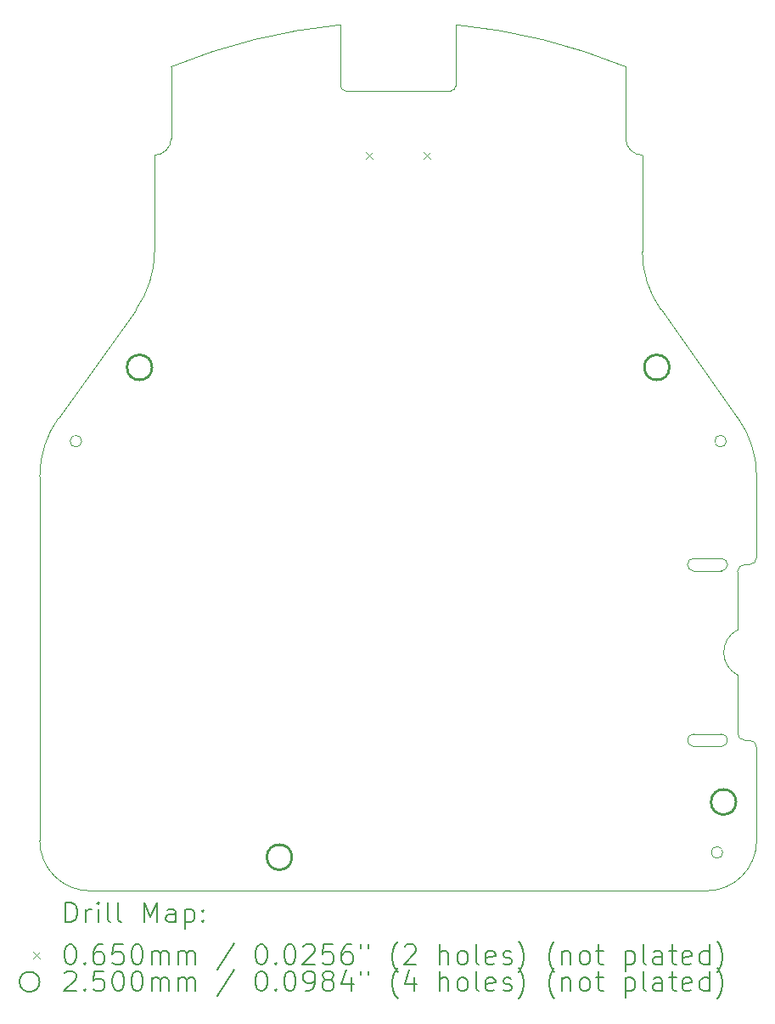
<source format=gbr>
%TF.GenerationSoftware,KiCad,Pcbnew,8.0.1*%
%TF.CreationDate,2024-05-25T23:28:14+08:00*%
%TF.ProjectId,BatteryPod,42617474-6572-4795-906f-642e6b696361,rev?*%
%TF.SameCoordinates,Original*%
%TF.FileFunction,Drillmap*%
%TF.FilePolarity,Positive*%
%FSLAX45Y45*%
G04 Gerber Fmt 4.5, Leading zero omitted, Abs format (unit mm)*
G04 Created by KiCad (PCBNEW 8.0.1) date 2024-05-25 23:28:14*
%MOMM*%
%LPD*%
G01*
G04 APERTURE LIST*
%ADD10C,0.050000*%
%ADD11C,0.200000*%
%ADD12C,0.100000*%
%ADD13C,0.250000*%
G04 APERTURE END LIST*
D10*
X10500000Y-7375000D02*
G75*
G02*
X10450000Y-7325000I0J50000D01*
G01*
X14414421Y-10634538D02*
G75*
G02*
X14599998Y-11214813I-814421J-580272D01*
G01*
X7950000Y-15345000D02*
G75*
G02*
X7450000Y-14845000I0J500000D01*
G01*
X13295000Y-7135001D02*
X13295000Y-7850000D01*
X14410000Y-13195000D02*
G75*
G02*
X14410000Y-12745000I115000J225000D01*
G01*
X14247500Y-12157500D02*
X13972500Y-12157500D01*
X14480000Y-12095000D02*
X14530000Y-12095000D01*
X13460000Y-8015000D02*
X13460000Y-8975187D01*
X8760000Y-7850000D02*
X8760000Y-7135000D01*
X14262600Y-14962400D02*
G75*
G02*
X14147400Y-14962400I-57600J0D01*
G01*
X14147400Y-14962400D02*
G75*
G02*
X14262600Y-14962400I57600J0D01*
G01*
X14410000Y-13195000D02*
X14410000Y-13775000D01*
X13972500Y-13907500D02*
G75*
G02*
X13910000Y-13845000I0J62500D01*
G01*
X13972500Y-12032500D02*
X14247500Y-12032500D01*
X14247500Y-13907500D02*
X13972500Y-13907500D01*
X14410000Y-12165000D02*
G75*
G02*
X14480000Y-12095000I70000J0D01*
G01*
X14530000Y-13845000D02*
G75*
G02*
X14600000Y-13915000I0J-70000D01*
G01*
X13972500Y-13782500D02*
X14247500Y-13782500D01*
X13910000Y-12095000D02*
G75*
G02*
X13972500Y-12032500I62500J0D01*
G01*
X8760000Y-7135000D02*
G75*
G02*
X10449906Y-6717025I2267510J-5542519D01*
G01*
X11600000Y-7325000D02*
X11600044Y-6716539D01*
X7450000Y-11215954D02*
G75*
G02*
X7636782Y-10633995I1000000J0D01*
G01*
X8760000Y-7850000D02*
G75*
G02*
X8595000Y-8015000I-165000J0D01*
G01*
X8595000Y-8974046D02*
G75*
G02*
X8408218Y-9556005I-1000000J0D01*
G01*
X14310000Y-12095000D02*
G75*
G02*
X14247500Y-12157500I-62500J0D01*
G01*
X7867600Y-10865000D02*
G75*
G02*
X7752400Y-10865000I-57600J0D01*
G01*
X7752400Y-10865000D02*
G75*
G02*
X7867600Y-10865000I57600J0D01*
G01*
X13460000Y-8015000D02*
G75*
G02*
X13295000Y-7850000I0J165000D01*
G01*
X11600044Y-6716539D02*
G75*
G02*
X13295000Y-7135000I-572534J-5960921D01*
G01*
X10500000Y-7375000D02*
X11550000Y-7375000D01*
X14530000Y-13845000D02*
X14480000Y-13845000D01*
X13910000Y-13845000D02*
G75*
G02*
X13972500Y-13782500I62500J0D01*
G01*
X14100000Y-15345000D02*
X7950000Y-15345000D01*
X7636782Y-10633995D02*
X8408209Y-9555999D01*
X14480000Y-13845000D02*
G75*
G02*
X14410000Y-13775000I0J70000D01*
G01*
X14600000Y-13915000D02*
X14600000Y-14845000D01*
X13972500Y-12157500D02*
G75*
G02*
X13910000Y-12095000I0J62500D01*
G01*
X14247500Y-13782500D02*
G75*
G02*
X14310000Y-13845000I0J-62500D01*
G01*
X14310000Y-13845000D02*
G75*
G02*
X14247500Y-13907500I-62500J0D01*
G01*
X14297600Y-10865000D02*
G75*
G02*
X14182400Y-10865000I-57600J0D01*
G01*
X14182400Y-10865000D02*
G75*
G02*
X14297600Y-10865000I57600J0D01*
G01*
X14600000Y-12025000D02*
G75*
G02*
X14530000Y-12095000I-70000J0D01*
G01*
X8595000Y-8974046D02*
X8595000Y-8015000D01*
X13645579Y-9555462D02*
X14414421Y-10634538D01*
X10449906Y-6717026D02*
X10450000Y-7325000D01*
X7450000Y-14845000D02*
X7450000Y-11215954D01*
X14600000Y-11214813D02*
X14600000Y-12025000D01*
X14410000Y-12165000D02*
X14410000Y-12745000D01*
X11600000Y-7325000D02*
G75*
G02*
X11550000Y-7375000I-50000J0D01*
G01*
X14600000Y-14845000D02*
G75*
G02*
X14100000Y-15345000I-500000J0D01*
G01*
X13645579Y-9555462D02*
G75*
G02*
X13460002Y-8975187I814421J580272D01*
G01*
X14247500Y-12032500D02*
G75*
G02*
X14310000Y-12095000I0J-62500D01*
G01*
D11*
D12*
X10703500Y-7988000D02*
X10768500Y-8053000D01*
X10768500Y-7988000D02*
X10703500Y-8053000D01*
X11281500Y-7988000D02*
X11346500Y-8053000D01*
X11346500Y-7988000D02*
X11281500Y-8053000D01*
D13*
X8570000Y-10130000D02*
G75*
G02*
X8320000Y-10130000I-125000J0D01*
G01*
X8320000Y-10130000D02*
G75*
G02*
X8570000Y-10130000I125000J0D01*
G01*
X9965000Y-15010000D02*
G75*
G02*
X9715000Y-15010000I-125000J0D01*
G01*
X9715000Y-15010000D02*
G75*
G02*
X9965000Y-15010000I125000J0D01*
G01*
X13730000Y-10130000D02*
G75*
G02*
X13480000Y-10130000I-125000J0D01*
G01*
X13480000Y-10130000D02*
G75*
G02*
X13730000Y-10130000I125000J0D01*
G01*
X14395000Y-14460000D02*
G75*
G02*
X14145000Y-14460000I-125000J0D01*
G01*
X14145000Y-14460000D02*
G75*
G02*
X14395000Y-14460000I125000J0D01*
G01*
D11*
X7708277Y-15658984D02*
X7708277Y-15458984D01*
X7708277Y-15458984D02*
X7755896Y-15458984D01*
X7755896Y-15458984D02*
X7784467Y-15468508D01*
X7784467Y-15468508D02*
X7803515Y-15487555D01*
X7803515Y-15487555D02*
X7813039Y-15506603D01*
X7813039Y-15506603D02*
X7822562Y-15544698D01*
X7822562Y-15544698D02*
X7822562Y-15573269D01*
X7822562Y-15573269D02*
X7813039Y-15611365D01*
X7813039Y-15611365D02*
X7803515Y-15630412D01*
X7803515Y-15630412D02*
X7784467Y-15649460D01*
X7784467Y-15649460D02*
X7755896Y-15658984D01*
X7755896Y-15658984D02*
X7708277Y-15658984D01*
X7908277Y-15658984D02*
X7908277Y-15525650D01*
X7908277Y-15563746D02*
X7917801Y-15544698D01*
X7917801Y-15544698D02*
X7927324Y-15535174D01*
X7927324Y-15535174D02*
X7946372Y-15525650D01*
X7946372Y-15525650D02*
X7965420Y-15525650D01*
X8032086Y-15658984D02*
X8032086Y-15525650D01*
X8032086Y-15458984D02*
X8022562Y-15468508D01*
X8022562Y-15468508D02*
X8032086Y-15478031D01*
X8032086Y-15478031D02*
X8041610Y-15468508D01*
X8041610Y-15468508D02*
X8032086Y-15458984D01*
X8032086Y-15458984D02*
X8032086Y-15478031D01*
X8155896Y-15658984D02*
X8136848Y-15649460D01*
X8136848Y-15649460D02*
X8127324Y-15630412D01*
X8127324Y-15630412D02*
X8127324Y-15458984D01*
X8260658Y-15658984D02*
X8241610Y-15649460D01*
X8241610Y-15649460D02*
X8232086Y-15630412D01*
X8232086Y-15630412D02*
X8232086Y-15458984D01*
X8489229Y-15658984D02*
X8489229Y-15458984D01*
X8489229Y-15458984D02*
X8555896Y-15601841D01*
X8555896Y-15601841D02*
X8622563Y-15458984D01*
X8622563Y-15458984D02*
X8622563Y-15658984D01*
X8803515Y-15658984D02*
X8803515Y-15554222D01*
X8803515Y-15554222D02*
X8793991Y-15535174D01*
X8793991Y-15535174D02*
X8774944Y-15525650D01*
X8774944Y-15525650D02*
X8736848Y-15525650D01*
X8736848Y-15525650D02*
X8717801Y-15535174D01*
X8803515Y-15649460D02*
X8784467Y-15658984D01*
X8784467Y-15658984D02*
X8736848Y-15658984D01*
X8736848Y-15658984D02*
X8717801Y-15649460D01*
X8717801Y-15649460D02*
X8708277Y-15630412D01*
X8708277Y-15630412D02*
X8708277Y-15611365D01*
X8708277Y-15611365D02*
X8717801Y-15592317D01*
X8717801Y-15592317D02*
X8736848Y-15582793D01*
X8736848Y-15582793D02*
X8784467Y-15582793D01*
X8784467Y-15582793D02*
X8803515Y-15573269D01*
X8898753Y-15525650D02*
X8898753Y-15725650D01*
X8898753Y-15535174D02*
X8917801Y-15525650D01*
X8917801Y-15525650D02*
X8955896Y-15525650D01*
X8955896Y-15525650D02*
X8974944Y-15535174D01*
X8974944Y-15535174D02*
X8984467Y-15544698D01*
X8984467Y-15544698D02*
X8993991Y-15563746D01*
X8993991Y-15563746D02*
X8993991Y-15620888D01*
X8993991Y-15620888D02*
X8984467Y-15639936D01*
X8984467Y-15639936D02*
X8974944Y-15649460D01*
X8974944Y-15649460D02*
X8955896Y-15658984D01*
X8955896Y-15658984D02*
X8917801Y-15658984D01*
X8917801Y-15658984D02*
X8898753Y-15649460D01*
X9079705Y-15639936D02*
X9089229Y-15649460D01*
X9089229Y-15649460D02*
X9079705Y-15658984D01*
X9079705Y-15658984D02*
X9070182Y-15649460D01*
X9070182Y-15649460D02*
X9079705Y-15639936D01*
X9079705Y-15639936D02*
X9079705Y-15658984D01*
X9079705Y-15535174D02*
X9089229Y-15544698D01*
X9089229Y-15544698D02*
X9079705Y-15554222D01*
X9079705Y-15554222D02*
X9070182Y-15544698D01*
X9070182Y-15544698D02*
X9079705Y-15535174D01*
X9079705Y-15535174D02*
X9079705Y-15554222D01*
D12*
X7382500Y-15955000D02*
X7447500Y-16020000D01*
X7447500Y-15955000D02*
X7382500Y-16020000D01*
D11*
X7746372Y-15878984D02*
X7765420Y-15878984D01*
X7765420Y-15878984D02*
X7784467Y-15888508D01*
X7784467Y-15888508D02*
X7793991Y-15898031D01*
X7793991Y-15898031D02*
X7803515Y-15917079D01*
X7803515Y-15917079D02*
X7813039Y-15955174D01*
X7813039Y-15955174D02*
X7813039Y-16002793D01*
X7813039Y-16002793D02*
X7803515Y-16040888D01*
X7803515Y-16040888D02*
X7793991Y-16059936D01*
X7793991Y-16059936D02*
X7784467Y-16069460D01*
X7784467Y-16069460D02*
X7765420Y-16078984D01*
X7765420Y-16078984D02*
X7746372Y-16078984D01*
X7746372Y-16078984D02*
X7727324Y-16069460D01*
X7727324Y-16069460D02*
X7717801Y-16059936D01*
X7717801Y-16059936D02*
X7708277Y-16040888D01*
X7708277Y-16040888D02*
X7698753Y-16002793D01*
X7698753Y-16002793D02*
X7698753Y-15955174D01*
X7698753Y-15955174D02*
X7708277Y-15917079D01*
X7708277Y-15917079D02*
X7717801Y-15898031D01*
X7717801Y-15898031D02*
X7727324Y-15888508D01*
X7727324Y-15888508D02*
X7746372Y-15878984D01*
X7898753Y-16059936D02*
X7908277Y-16069460D01*
X7908277Y-16069460D02*
X7898753Y-16078984D01*
X7898753Y-16078984D02*
X7889229Y-16069460D01*
X7889229Y-16069460D02*
X7898753Y-16059936D01*
X7898753Y-16059936D02*
X7898753Y-16078984D01*
X8079705Y-15878984D02*
X8041610Y-15878984D01*
X8041610Y-15878984D02*
X8022562Y-15888508D01*
X8022562Y-15888508D02*
X8013039Y-15898031D01*
X8013039Y-15898031D02*
X7993991Y-15926603D01*
X7993991Y-15926603D02*
X7984467Y-15964698D01*
X7984467Y-15964698D02*
X7984467Y-16040888D01*
X7984467Y-16040888D02*
X7993991Y-16059936D01*
X7993991Y-16059936D02*
X8003515Y-16069460D01*
X8003515Y-16069460D02*
X8022562Y-16078984D01*
X8022562Y-16078984D02*
X8060658Y-16078984D01*
X8060658Y-16078984D02*
X8079705Y-16069460D01*
X8079705Y-16069460D02*
X8089229Y-16059936D01*
X8089229Y-16059936D02*
X8098753Y-16040888D01*
X8098753Y-16040888D02*
X8098753Y-15993269D01*
X8098753Y-15993269D02*
X8089229Y-15974222D01*
X8089229Y-15974222D02*
X8079705Y-15964698D01*
X8079705Y-15964698D02*
X8060658Y-15955174D01*
X8060658Y-15955174D02*
X8022562Y-15955174D01*
X8022562Y-15955174D02*
X8003515Y-15964698D01*
X8003515Y-15964698D02*
X7993991Y-15974222D01*
X7993991Y-15974222D02*
X7984467Y-15993269D01*
X8279705Y-15878984D02*
X8184467Y-15878984D01*
X8184467Y-15878984D02*
X8174943Y-15974222D01*
X8174943Y-15974222D02*
X8184467Y-15964698D01*
X8184467Y-15964698D02*
X8203515Y-15955174D01*
X8203515Y-15955174D02*
X8251134Y-15955174D01*
X8251134Y-15955174D02*
X8270182Y-15964698D01*
X8270182Y-15964698D02*
X8279705Y-15974222D01*
X8279705Y-15974222D02*
X8289229Y-15993269D01*
X8289229Y-15993269D02*
X8289229Y-16040888D01*
X8289229Y-16040888D02*
X8279705Y-16059936D01*
X8279705Y-16059936D02*
X8270182Y-16069460D01*
X8270182Y-16069460D02*
X8251134Y-16078984D01*
X8251134Y-16078984D02*
X8203515Y-16078984D01*
X8203515Y-16078984D02*
X8184467Y-16069460D01*
X8184467Y-16069460D02*
X8174943Y-16059936D01*
X8413039Y-15878984D02*
X8432086Y-15878984D01*
X8432086Y-15878984D02*
X8451134Y-15888508D01*
X8451134Y-15888508D02*
X8460658Y-15898031D01*
X8460658Y-15898031D02*
X8470182Y-15917079D01*
X8470182Y-15917079D02*
X8479705Y-15955174D01*
X8479705Y-15955174D02*
X8479705Y-16002793D01*
X8479705Y-16002793D02*
X8470182Y-16040888D01*
X8470182Y-16040888D02*
X8460658Y-16059936D01*
X8460658Y-16059936D02*
X8451134Y-16069460D01*
X8451134Y-16069460D02*
X8432086Y-16078984D01*
X8432086Y-16078984D02*
X8413039Y-16078984D01*
X8413039Y-16078984D02*
X8393991Y-16069460D01*
X8393991Y-16069460D02*
X8384467Y-16059936D01*
X8384467Y-16059936D02*
X8374943Y-16040888D01*
X8374943Y-16040888D02*
X8365420Y-16002793D01*
X8365420Y-16002793D02*
X8365420Y-15955174D01*
X8365420Y-15955174D02*
X8374943Y-15917079D01*
X8374943Y-15917079D02*
X8384467Y-15898031D01*
X8384467Y-15898031D02*
X8393991Y-15888508D01*
X8393991Y-15888508D02*
X8413039Y-15878984D01*
X8565420Y-16078984D02*
X8565420Y-15945650D01*
X8565420Y-15964698D02*
X8574944Y-15955174D01*
X8574944Y-15955174D02*
X8593991Y-15945650D01*
X8593991Y-15945650D02*
X8622563Y-15945650D01*
X8622563Y-15945650D02*
X8641610Y-15955174D01*
X8641610Y-15955174D02*
X8651134Y-15974222D01*
X8651134Y-15974222D02*
X8651134Y-16078984D01*
X8651134Y-15974222D02*
X8660658Y-15955174D01*
X8660658Y-15955174D02*
X8679705Y-15945650D01*
X8679705Y-15945650D02*
X8708277Y-15945650D01*
X8708277Y-15945650D02*
X8727325Y-15955174D01*
X8727325Y-15955174D02*
X8736848Y-15974222D01*
X8736848Y-15974222D02*
X8736848Y-16078984D01*
X8832086Y-16078984D02*
X8832086Y-15945650D01*
X8832086Y-15964698D02*
X8841610Y-15955174D01*
X8841610Y-15955174D02*
X8860658Y-15945650D01*
X8860658Y-15945650D02*
X8889229Y-15945650D01*
X8889229Y-15945650D02*
X8908277Y-15955174D01*
X8908277Y-15955174D02*
X8917801Y-15974222D01*
X8917801Y-15974222D02*
X8917801Y-16078984D01*
X8917801Y-15974222D02*
X8927325Y-15955174D01*
X8927325Y-15955174D02*
X8946372Y-15945650D01*
X8946372Y-15945650D02*
X8974944Y-15945650D01*
X8974944Y-15945650D02*
X8993991Y-15955174D01*
X8993991Y-15955174D02*
X9003515Y-15974222D01*
X9003515Y-15974222D02*
X9003515Y-16078984D01*
X9393991Y-15869460D02*
X9222563Y-16126603D01*
X9651134Y-15878984D02*
X9670182Y-15878984D01*
X9670182Y-15878984D02*
X9689229Y-15888508D01*
X9689229Y-15888508D02*
X9698753Y-15898031D01*
X9698753Y-15898031D02*
X9708277Y-15917079D01*
X9708277Y-15917079D02*
X9717801Y-15955174D01*
X9717801Y-15955174D02*
X9717801Y-16002793D01*
X9717801Y-16002793D02*
X9708277Y-16040888D01*
X9708277Y-16040888D02*
X9698753Y-16059936D01*
X9698753Y-16059936D02*
X9689229Y-16069460D01*
X9689229Y-16069460D02*
X9670182Y-16078984D01*
X9670182Y-16078984D02*
X9651134Y-16078984D01*
X9651134Y-16078984D02*
X9632087Y-16069460D01*
X9632087Y-16069460D02*
X9622563Y-16059936D01*
X9622563Y-16059936D02*
X9613039Y-16040888D01*
X9613039Y-16040888D02*
X9603515Y-16002793D01*
X9603515Y-16002793D02*
X9603515Y-15955174D01*
X9603515Y-15955174D02*
X9613039Y-15917079D01*
X9613039Y-15917079D02*
X9622563Y-15898031D01*
X9622563Y-15898031D02*
X9632087Y-15888508D01*
X9632087Y-15888508D02*
X9651134Y-15878984D01*
X9803515Y-16059936D02*
X9813039Y-16069460D01*
X9813039Y-16069460D02*
X9803515Y-16078984D01*
X9803515Y-16078984D02*
X9793991Y-16069460D01*
X9793991Y-16069460D02*
X9803515Y-16059936D01*
X9803515Y-16059936D02*
X9803515Y-16078984D01*
X9936848Y-15878984D02*
X9955896Y-15878984D01*
X9955896Y-15878984D02*
X9974944Y-15888508D01*
X9974944Y-15888508D02*
X9984468Y-15898031D01*
X9984468Y-15898031D02*
X9993991Y-15917079D01*
X9993991Y-15917079D02*
X10003515Y-15955174D01*
X10003515Y-15955174D02*
X10003515Y-16002793D01*
X10003515Y-16002793D02*
X9993991Y-16040888D01*
X9993991Y-16040888D02*
X9984468Y-16059936D01*
X9984468Y-16059936D02*
X9974944Y-16069460D01*
X9974944Y-16069460D02*
X9955896Y-16078984D01*
X9955896Y-16078984D02*
X9936848Y-16078984D01*
X9936848Y-16078984D02*
X9917801Y-16069460D01*
X9917801Y-16069460D02*
X9908277Y-16059936D01*
X9908277Y-16059936D02*
X9898753Y-16040888D01*
X9898753Y-16040888D02*
X9889229Y-16002793D01*
X9889229Y-16002793D02*
X9889229Y-15955174D01*
X9889229Y-15955174D02*
X9898753Y-15917079D01*
X9898753Y-15917079D02*
X9908277Y-15898031D01*
X9908277Y-15898031D02*
X9917801Y-15888508D01*
X9917801Y-15888508D02*
X9936848Y-15878984D01*
X10079706Y-15898031D02*
X10089229Y-15888508D01*
X10089229Y-15888508D02*
X10108277Y-15878984D01*
X10108277Y-15878984D02*
X10155896Y-15878984D01*
X10155896Y-15878984D02*
X10174944Y-15888508D01*
X10174944Y-15888508D02*
X10184468Y-15898031D01*
X10184468Y-15898031D02*
X10193991Y-15917079D01*
X10193991Y-15917079D02*
X10193991Y-15936127D01*
X10193991Y-15936127D02*
X10184468Y-15964698D01*
X10184468Y-15964698D02*
X10070182Y-16078984D01*
X10070182Y-16078984D02*
X10193991Y-16078984D01*
X10374944Y-15878984D02*
X10279706Y-15878984D01*
X10279706Y-15878984D02*
X10270182Y-15974222D01*
X10270182Y-15974222D02*
X10279706Y-15964698D01*
X10279706Y-15964698D02*
X10298753Y-15955174D01*
X10298753Y-15955174D02*
X10346372Y-15955174D01*
X10346372Y-15955174D02*
X10365420Y-15964698D01*
X10365420Y-15964698D02*
X10374944Y-15974222D01*
X10374944Y-15974222D02*
X10384468Y-15993269D01*
X10384468Y-15993269D02*
X10384468Y-16040888D01*
X10384468Y-16040888D02*
X10374944Y-16059936D01*
X10374944Y-16059936D02*
X10365420Y-16069460D01*
X10365420Y-16069460D02*
X10346372Y-16078984D01*
X10346372Y-16078984D02*
X10298753Y-16078984D01*
X10298753Y-16078984D02*
X10279706Y-16069460D01*
X10279706Y-16069460D02*
X10270182Y-16059936D01*
X10555896Y-15878984D02*
X10517801Y-15878984D01*
X10517801Y-15878984D02*
X10498753Y-15888508D01*
X10498753Y-15888508D02*
X10489229Y-15898031D01*
X10489229Y-15898031D02*
X10470182Y-15926603D01*
X10470182Y-15926603D02*
X10460658Y-15964698D01*
X10460658Y-15964698D02*
X10460658Y-16040888D01*
X10460658Y-16040888D02*
X10470182Y-16059936D01*
X10470182Y-16059936D02*
X10479706Y-16069460D01*
X10479706Y-16069460D02*
X10498753Y-16078984D01*
X10498753Y-16078984D02*
X10536849Y-16078984D01*
X10536849Y-16078984D02*
X10555896Y-16069460D01*
X10555896Y-16069460D02*
X10565420Y-16059936D01*
X10565420Y-16059936D02*
X10574944Y-16040888D01*
X10574944Y-16040888D02*
X10574944Y-15993269D01*
X10574944Y-15993269D02*
X10565420Y-15974222D01*
X10565420Y-15974222D02*
X10555896Y-15964698D01*
X10555896Y-15964698D02*
X10536849Y-15955174D01*
X10536849Y-15955174D02*
X10498753Y-15955174D01*
X10498753Y-15955174D02*
X10479706Y-15964698D01*
X10479706Y-15964698D02*
X10470182Y-15974222D01*
X10470182Y-15974222D02*
X10460658Y-15993269D01*
X10651134Y-15878984D02*
X10651134Y-15917079D01*
X10727325Y-15878984D02*
X10727325Y-15917079D01*
X11022563Y-16155174D02*
X11013039Y-16145650D01*
X11013039Y-16145650D02*
X10993991Y-16117079D01*
X10993991Y-16117079D02*
X10984468Y-16098031D01*
X10984468Y-16098031D02*
X10974944Y-16069460D01*
X10974944Y-16069460D02*
X10965420Y-16021841D01*
X10965420Y-16021841D02*
X10965420Y-15983746D01*
X10965420Y-15983746D02*
X10974944Y-15936127D01*
X10974944Y-15936127D02*
X10984468Y-15907555D01*
X10984468Y-15907555D02*
X10993991Y-15888508D01*
X10993991Y-15888508D02*
X11013039Y-15859936D01*
X11013039Y-15859936D02*
X11022563Y-15850412D01*
X11089230Y-15898031D02*
X11098753Y-15888508D01*
X11098753Y-15888508D02*
X11117801Y-15878984D01*
X11117801Y-15878984D02*
X11165420Y-15878984D01*
X11165420Y-15878984D02*
X11184468Y-15888508D01*
X11184468Y-15888508D02*
X11193991Y-15898031D01*
X11193991Y-15898031D02*
X11203515Y-15917079D01*
X11203515Y-15917079D02*
X11203515Y-15936127D01*
X11203515Y-15936127D02*
X11193991Y-15964698D01*
X11193991Y-15964698D02*
X11079706Y-16078984D01*
X11079706Y-16078984D02*
X11203515Y-16078984D01*
X11441610Y-16078984D02*
X11441610Y-15878984D01*
X11527325Y-16078984D02*
X11527325Y-15974222D01*
X11527325Y-15974222D02*
X11517801Y-15955174D01*
X11517801Y-15955174D02*
X11498753Y-15945650D01*
X11498753Y-15945650D02*
X11470182Y-15945650D01*
X11470182Y-15945650D02*
X11451134Y-15955174D01*
X11451134Y-15955174D02*
X11441610Y-15964698D01*
X11651134Y-16078984D02*
X11632087Y-16069460D01*
X11632087Y-16069460D02*
X11622563Y-16059936D01*
X11622563Y-16059936D02*
X11613039Y-16040888D01*
X11613039Y-16040888D02*
X11613039Y-15983746D01*
X11613039Y-15983746D02*
X11622563Y-15964698D01*
X11622563Y-15964698D02*
X11632087Y-15955174D01*
X11632087Y-15955174D02*
X11651134Y-15945650D01*
X11651134Y-15945650D02*
X11679706Y-15945650D01*
X11679706Y-15945650D02*
X11698753Y-15955174D01*
X11698753Y-15955174D02*
X11708277Y-15964698D01*
X11708277Y-15964698D02*
X11717801Y-15983746D01*
X11717801Y-15983746D02*
X11717801Y-16040888D01*
X11717801Y-16040888D02*
X11708277Y-16059936D01*
X11708277Y-16059936D02*
X11698753Y-16069460D01*
X11698753Y-16069460D02*
X11679706Y-16078984D01*
X11679706Y-16078984D02*
X11651134Y-16078984D01*
X11832087Y-16078984D02*
X11813039Y-16069460D01*
X11813039Y-16069460D02*
X11803515Y-16050412D01*
X11803515Y-16050412D02*
X11803515Y-15878984D01*
X11984468Y-16069460D02*
X11965420Y-16078984D01*
X11965420Y-16078984D02*
X11927325Y-16078984D01*
X11927325Y-16078984D02*
X11908277Y-16069460D01*
X11908277Y-16069460D02*
X11898753Y-16050412D01*
X11898753Y-16050412D02*
X11898753Y-15974222D01*
X11898753Y-15974222D02*
X11908277Y-15955174D01*
X11908277Y-15955174D02*
X11927325Y-15945650D01*
X11927325Y-15945650D02*
X11965420Y-15945650D01*
X11965420Y-15945650D02*
X11984468Y-15955174D01*
X11984468Y-15955174D02*
X11993991Y-15974222D01*
X11993991Y-15974222D02*
X11993991Y-15993269D01*
X11993991Y-15993269D02*
X11898753Y-16012317D01*
X12070182Y-16069460D02*
X12089230Y-16078984D01*
X12089230Y-16078984D02*
X12127325Y-16078984D01*
X12127325Y-16078984D02*
X12146372Y-16069460D01*
X12146372Y-16069460D02*
X12155896Y-16050412D01*
X12155896Y-16050412D02*
X12155896Y-16040888D01*
X12155896Y-16040888D02*
X12146372Y-16021841D01*
X12146372Y-16021841D02*
X12127325Y-16012317D01*
X12127325Y-16012317D02*
X12098753Y-16012317D01*
X12098753Y-16012317D02*
X12079706Y-16002793D01*
X12079706Y-16002793D02*
X12070182Y-15983746D01*
X12070182Y-15983746D02*
X12070182Y-15974222D01*
X12070182Y-15974222D02*
X12079706Y-15955174D01*
X12079706Y-15955174D02*
X12098753Y-15945650D01*
X12098753Y-15945650D02*
X12127325Y-15945650D01*
X12127325Y-15945650D02*
X12146372Y-15955174D01*
X12222563Y-16155174D02*
X12232087Y-16145650D01*
X12232087Y-16145650D02*
X12251134Y-16117079D01*
X12251134Y-16117079D02*
X12260658Y-16098031D01*
X12260658Y-16098031D02*
X12270182Y-16069460D01*
X12270182Y-16069460D02*
X12279706Y-16021841D01*
X12279706Y-16021841D02*
X12279706Y-15983746D01*
X12279706Y-15983746D02*
X12270182Y-15936127D01*
X12270182Y-15936127D02*
X12260658Y-15907555D01*
X12260658Y-15907555D02*
X12251134Y-15888508D01*
X12251134Y-15888508D02*
X12232087Y-15859936D01*
X12232087Y-15859936D02*
X12222563Y-15850412D01*
X12584468Y-16155174D02*
X12574944Y-16145650D01*
X12574944Y-16145650D02*
X12555896Y-16117079D01*
X12555896Y-16117079D02*
X12546372Y-16098031D01*
X12546372Y-16098031D02*
X12536849Y-16069460D01*
X12536849Y-16069460D02*
X12527325Y-16021841D01*
X12527325Y-16021841D02*
X12527325Y-15983746D01*
X12527325Y-15983746D02*
X12536849Y-15936127D01*
X12536849Y-15936127D02*
X12546372Y-15907555D01*
X12546372Y-15907555D02*
X12555896Y-15888508D01*
X12555896Y-15888508D02*
X12574944Y-15859936D01*
X12574944Y-15859936D02*
X12584468Y-15850412D01*
X12660658Y-15945650D02*
X12660658Y-16078984D01*
X12660658Y-15964698D02*
X12670182Y-15955174D01*
X12670182Y-15955174D02*
X12689230Y-15945650D01*
X12689230Y-15945650D02*
X12717801Y-15945650D01*
X12717801Y-15945650D02*
X12736849Y-15955174D01*
X12736849Y-15955174D02*
X12746372Y-15974222D01*
X12746372Y-15974222D02*
X12746372Y-16078984D01*
X12870182Y-16078984D02*
X12851134Y-16069460D01*
X12851134Y-16069460D02*
X12841611Y-16059936D01*
X12841611Y-16059936D02*
X12832087Y-16040888D01*
X12832087Y-16040888D02*
X12832087Y-15983746D01*
X12832087Y-15983746D02*
X12841611Y-15964698D01*
X12841611Y-15964698D02*
X12851134Y-15955174D01*
X12851134Y-15955174D02*
X12870182Y-15945650D01*
X12870182Y-15945650D02*
X12898753Y-15945650D01*
X12898753Y-15945650D02*
X12917801Y-15955174D01*
X12917801Y-15955174D02*
X12927325Y-15964698D01*
X12927325Y-15964698D02*
X12936849Y-15983746D01*
X12936849Y-15983746D02*
X12936849Y-16040888D01*
X12936849Y-16040888D02*
X12927325Y-16059936D01*
X12927325Y-16059936D02*
X12917801Y-16069460D01*
X12917801Y-16069460D02*
X12898753Y-16078984D01*
X12898753Y-16078984D02*
X12870182Y-16078984D01*
X12993992Y-15945650D02*
X13070182Y-15945650D01*
X13022563Y-15878984D02*
X13022563Y-16050412D01*
X13022563Y-16050412D02*
X13032087Y-16069460D01*
X13032087Y-16069460D02*
X13051134Y-16078984D01*
X13051134Y-16078984D02*
X13070182Y-16078984D01*
X13289230Y-15945650D02*
X13289230Y-16145650D01*
X13289230Y-15955174D02*
X13308277Y-15945650D01*
X13308277Y-15945650D02*
X13346373Y-15945650D01*
X13346373Y-15945650D02*
X13365420Y-15955174D01*
X13365420Y-15955174D02*
X13374944Y-15964698D01*
X13374944Y-15964698D02*
X13384468Y-15983746D01*
X13384468Y-15983746D02*
X13384468Y-16040888D01*
X13384468Y-16040888D02*
X13374944Y-16059936D01*
X13374944Y-16059936D02*
X13365420Y-16069460D01*
X13365420Y-16069460D02*
X13346373Y-16078984D01*
X13346373Y-16078984D02*
X13308277Y-16078984D01*
X13308277Y-16078984D02*
X13289230Y-16069460D01*
X13498753Y-16078984D02*
X13479706Y-16069460D01*
X13479706Y-16069460D02*
X13470182Y-16050412D01*
X13470182Y-16050412D02*
X13470182Y-15878984D01*
X13660658Y-16078984D02*
X13660658Y-15974222D01*
X13660658Y-15974222D02*
X13651134Y-15955174D01*
X13651134Y-15955174D02*
X13632087Y-15945650D01*
X13632087Y-15945650D02*
X13593992Y-15945650D01*
X13593992Y-15945650D02*
X13574944Y-15955174D01*
X13660658Y-16069460D02*
X13641611Y-16078984D01*
X13641611Y-16078984D02*
X13593992Y-16078984D01*
X13593992Y-16078984D02*
X13574944Y-16069460D01*
X13574944Y-16069460D02*
X13565420Y-16050412D01*
X13565420Y-16050412D02*
X13565420Y-16031365D01*
X13565420Y-16031365D02*
X13574944Y-16012317D01*
X13574944Y-16012317D02*
X13593992Y-16002793D01*
X13593992Y-16002793D02*
X13641611Y-16002793D01*
X13641611Y-16002793D02*
X13660658Y-15993269D01*
X13727325Y-15945650D02*
X13803515Y-15945650D01*
X13755896Y-15878984D02*
X13755896Y-16050412D01*
X13755896Y-16050412D02*
X13765420Y-16069460D01*
X13765420Y-16069460D02*
X13784468Y-16078984D01*
X13784468Y-16078984D02*
X13803515Y-16078984D01*
X13946373Y-16069460D02*
X13927325Y-16078984D01*
X13927325Y-16078984D02*
X13889230Y-16078984D01*
X13889230Y-16078984D02*
X13870182Y-16069460D01*
X13870182Y-16069460D02*
X13860658Y-16050412D01*
X13860658Y-16050412D02*
X13860658Y-15974222D01*
X13860658Y-15974222D02*
X13870182Y-15955174D01*
X13870182Y-15955174D02*
X13889230Y-15945650D01*
X13889230Y-15945650D02*
X13927325Y-15945650D01*
X13927325Y-15945650D02*
X13946373Y-15955174D01*
X13946373Y-15955174D02*
X13955896Y-15974222D01*
X13955896Y-15974222D02*
X13955896Y-15993269D01*
X13955896Y-15993269D02*
X13860658Y-16012317D01*
X14127325Y-16078984D02*
X14127325Y-15878984D01*
X14127325Y-16069460D02*
X14108277Y-16078984D01*
X14108277Y-16078984D02*
X14070182Y-16078984D01*
X14070182Y-16078984D02*
X14051134Y-16069460D01*
X14051134Y-16069460D02*
X14041611Y-16059936D01*
X14041611Y-16059936D02*
X14032087Y-16040888D01*
X14032087Y-16040888D02*
X14032087Y-15983746D01*
X14032087Y-15983746D02*
X14041611Y-15964698D01*
X14041611Y-15964698D02*
X14051134Y-15955174D01*
X14051134Y-15955174D02*
X14070182Y-15945650D01*
X14070182Y-15945650D02*
X14108277Y-15945650D01*
X14108277Y-15945650D02*
X14127325Y-15955174D01*
X14203515Y-16155174D02*
X14213039Y-16145650D01*
X14213039Y-16145650D02*
X14232087Y-16117079D01*
X14232087Y-16117079D02*
X14241611Y-16098031D01*
X14241611Y-16098031D02*
X14251134Y-16069460D01*
X14251134Y-16069460D02*
X14260658Y-16021841D01*
X14260658Y-16021841D02*
X14260658Y-15983746D01*
X14260658Y-15983746D02*
X14251134Y-15936127D01*
X14251134Y-15936127D02*
X14241611Y-15907555D01*
X14241611Y-15907555D02*
X14232087Y-15888508D01*
X14232087Y-15888508D02*
X14213039Y-15859936D01*
X14213039Y-15859936D02*
X14203515Y-15850412D01*
X7447500Y-16251500D02*
G75*
G02*
X7247500Y-16251500I-100000J0D01*
G01*
X7247500Y-16251500D02*
G75*
G02*
X7447500Y-16251500I100000J0D01*
G01*
X7698753Y-16162031D02*
X7708277Y-16152508D01*
X7708277Y-16152508D02*
X7727324Y-16142984D01*
X7727324Y-16142984D02*
X7774943Y-16142984D01*
X7774943Y-16142984D02*
X7793991Y-16152508D01*
X7793991Y-16152508D02*
X7803515Y-16162031D01*
X7803515Y-16162031D02*
X7813039Y-16181079D01*
X7813039Y-16181079D02*
X7813039Y-16200127D01*
X7813039Y-16200127D02*
X7803515Y-16228698D01*
X7803515Y-16228698D02*
X7689229Y-16342984D01*
X7689229Y-16342984D02*
X7813039Y-16342984D01*
X7898753Y-16323936D02*
X7908277Y-16333460D01*
X7908277Y-16333460D02*
X7898753Y-16342984D01*
X7898753Y-16342984D02*
X7889229Y-16333460D01*
X7889229Y-16333460D02*
X7898753Y-16323936D01*
X7898753Y-16323936D02*
X7898753Y-16342984D01*
X8089229Y-16142984D02*
X7993991Y-16142984D01*
X7993991Y-16142984D02*
X7984467Y-16238222D01*
X7984467Y-16238222D02*
X7993991Y-16228698D01*
X7993991Y-16228698D02*
X8013039Y-16219174D01*
X8013039Y-16219174D02*
X8060658Y-16219174D01*
X8060658Y-16219174D02*
X8079705Y-16228698D01*
X8079705Y-16228698D02*
X8089229Y-16238222D01*
X8089229Y-16238222D02*
X8098753Y-16257269D01*
X8098753Y-16257269D02*
X8098753Y-16304888D01*
X8098753Y-16304888D02*
X8089229Y-16323936D01*
X8089229Y-16323936D02*
X8079705Y-16333460D01*
X8079705Y-16333460D02*
X8060658Y-16342984D01*
X8060658Y-16342984D02*
X8013039Y-16342984D01*
X8013039Y-16342984D02*
X7993991Y-16333460D01*
X7993991Y-16333460D02*
X7984467Y-16323936D01*
X8222562Y-16142984D02*
X8241610Y-16142984D01*
X8241610Y-16142984D02*
X8260658Y-16152508D01*
X8260658Y-16152508D02*
X8270182Y-16162031D01*
X8270182Y-16162031D02*
X8279705Y-16181079D01*
X8279705Y-16181079D02*
X8289229Y-16219174D01*
X8289229Y-16219174D02*
X8289229Y-16266793D01*
X8289229Y-16266793D02*
X8279705Y-16304888D01*
X8279705Y-16304888D02*
X8270182Y-16323936D01*
X8270182Y-16323936D02*
X8260658Y-16333460D01*
X8260658Y-16333460D02*
X8241610Y-16342984D01*
X8241610Y-16342984D02*
X8222562Y-16342984D01*
X8222562Y-16342984D02*
X8203515Y-16333460D01*
X8203515Y-16333460D02*
X8193991Y-16323936D01*
X8193991Y-16323936D02*
X8184467Y-16304888D01*
X8184467Y-16304888D02*
X8174943Y-16266793D01*
X8174943Y-16266793D02*
X8174943Y-16219174D01*
X8174943Y-16219174D02*
X8184467Y-16181079D01*
X8184467Y-16181079D02*
X8193991Y-16162031D01*
X8193991Y-16162031D02*
X8203515Y-16152508D01*
X8203515Y-16152508D02*
X8222562Y-16142984D01*
X8413039Y-16142984D02*
X8432086Y-16142984D01*
X8432086Y-16142984D02*
X8451134Y-16152508D01*
X8451134Y-16152508D02*
X8460658Y-16162031D01*
X8460658Y-16162031D02*
X8470182Y-16181079D01*
X8470182Y-16181079D02*
X8479705Y-16219174D01*
X8479705Y-16219174D02*
X8479705Y-16266793D01*
X8479705Y-16266793D02*
X8470182Y-16304888D01*
X8470182Y-16304888D02*
X8460658Y-16323936D01*
X8460658Y-16323936D02*
X8451134Y-16333460D01*
X8451134Y-16333460D02*
X8432086Y-16342984D01*
X8432086Y-16342984D02*
X8413039Y-16342984D01*
X8413039Y-16342984D02*
X8393991Y-16333460D01*
X8393991Y-16333460D02*
X8384467Y-16323936D01*
X8384467Y-16323936D02*
X8374943Y-16304888D01*
X8374943Y-16304888D02*
X8365420Y-16266793D01*
X8365420Y-16266793D02*
X8365420Y-16219174D01*
X8365420Y-16219174D02*
X8374943Y-16181079D01*
X8374943Y-16181079D02*
X8384467Y-16162031D01*
X8384467Y-16162031D02*
X8393991Y-16152508D01*
X8393991Y-16152508D02*
X8413039Y-16142984D01*
X8565420Y-16342984D02*
X8565420Y-16209650D01*
X8565420Y-16228698D02*
X8574944Y-16219174D01*
X8574944Y-16219174D02*
X8593991Y-16209650D01*
X8593991Y-16209650D02*
X8622563Y-16209650D01*
X8622563Y-16209650D02*
X8641610Y-16219174D01*
X8641610Y-16219174D02*
X8651134Y-16238222D01*
X8651134Y-16238222D02*
X8651134Y-16342984D01*
X8651134Y-16238222D02*
X8660658Y-16219174D01*
X8660658Y-16219174D02*
X8679705Y-16209650D01*
X8679705Y-16209650D02*
X8708277Y-16209650D01*
X8708277Y-16209650D02*
X8727325Y-16219174D01*
X8727325Y-16219174D02*
X8736848Y-16238222D01*
X8736848Y-16238222D02*
X8736848Y-16342984D01*
X8832086Y-16342984D02*
X8832086Y-16209650D01*
X8832086Y-16228698D02*
X8841610Y-16219174D01*
X8841610Y-16219174D02*
X8860658Y-16209650D01*
X8860658Y-16209650D02*
X8889229Y-16209650D01*
X8889229Y-16209650D02*
X8908277Y-16219174D01*
X8908277Y-16219174D02*
X8917801Y-16238222D01*
X8917801Y-16238222D02*
X8917801Y-16342984D01*
X8917801Y-16238222D02*
X8927325Y-16219174D01*
X8927325Y-16219174D02*
X8946372Y-16209650D01*
X8946372Y-16209650D02*
X8974944Y-16209650D01*
X8974944Y-16209650D02*
X8993991Y-16219174D01*
X8993991Y-16219174D02*
X9003515Y-16238222D01*
X9003515Y-16238222D02*
X9003515Y-16342984D01*
X9393991Y-16133460D02*
X9222563Y-16390603D01*
X9651134Y-16142984D02*
X9670182Y-16142984D01*
X9670182Y-16142984D02*
X9689229Y-16152508D01*
X9689229Y-16152508D02*
X9698753Y-16162031D01*
X9698753Y-16162031D02*
X9708277Y-16181079D01*
X9708277Y-16181079D02*
X9717801Y-16219174D01*
X9717801Y-16219174D02*
X9717801Y-16266793D01*
X9717801Y-16266793D02*
X9708277Y-16304888D01*
X9708277Y-16304888D02*
X9698753Y-16323936D01*
X9698753Y-16323936D02*
X9689229Y-16333460D01*
X9689229Y-16333460D02*
X9670182Y-16342984D01*
X9670182Y-16342984D02*
X9651134Y-16342984D01*
X9651134Y-16342984D02*
X9632087Y-16333460D01*
X9632087Y-16333460D02*
X9622563Y-16323936D01*
X9622563Y-16323936D02*
X9613039Y-16304888D01*
X9613039Y-16304888D02*
X9603515Y-16266793D01*
X9603515Y-16266793D02*
X9603515Y-16219174D01*
X9603515Y-16219174D02*
X9613039Y-16181079D01*
X9613039Y-16181079D02*
X9622563Y-16162031D01*
X9622563Y-16162031D02*
X9632087Y-16152508D01*
X9632087Y-16152508D02*
X9651134Y-16142984D01*
X9803515Y-16323936D02*
X9813039Y-16333460D01*
X9813039Y-16333460D02*
X9803515Y-16342984D01*
X9803515Y-16342984D02*
X9793991Y-16333460D01*
X9793991Y-16333460D02*
X9803515Y-16323936D01*
X9803515Y-16323936D02*
X9803515Y-16342984D01*
X9936848Y-16142984D02*
X9955896Y-16142984D01*
X9955896Y-16142984D02*
X9974944Y-16152508D01*
X9974944Y-16152508D02*
X9984468Y-16162031D01*
X9984468Y-16162031D02*
X9993991Y-16181079D01*
X9993991Y-16181079D02*
X10003515Y-16219174D01*
X10003515Y-16219174D02*
X10003515Y-16266793D01*
X10003515Y-16266793D02*
X9993991Y-16304888D01*
X9993991Y-16304888D02*
X9984468Y-16323936D01*
X9984468Y-16323936D02*
X9974944Y-16333460D01*
X9974944Y-16333460D02*
X9955896Y-16342984D01*
X9955896Y-16342984D02*
X9936848Y-16342984D01*
X9936848Y-16342984D02*
X9917801Y-16333460D01*
X9917801Y-16333460D02*
X9908277Y-16323936D01*
X9908277Y-16323936D02*
X9898753Y-16304888D01*
X9898753Y-16304888D02*
X9889229Y-16266793D01*
X9889229Y-16266793D02*
X9889229Y-16219174D01*
X9889229Y-16219174D02*
X9898753Y-16181079D01*
X9898753Y-16181079D02*
X9908277Y-16162031D01*
X9908277Y-16162031D02*
X9917801Y-16152508D01*
X9917801Y-16152508D02*
X9936848Y-16142984D01*
X10098753Y-16342984D02*
X10136848Y-16342984D01*
X10136848Y-16342984D02*
X10155896Y-16333460D01*
X10155896Y-16333460D02*
X10165420Y-16323936D01*
X10165420Y-16323936D02*
X10184468Y-16295365D01*
X10184468Y-16295365D02*
X10193991Y-16257269D01*
X10193991Y-16257269D02*
X10193991Y-16181079D01*
X10193991Y-16181079D02*
X10184468Y-16162031D01*
X10184468Y-16162031D02*
X10174944Y-16152508D01*
X10174944Y-16152508D02*
X10155896Y-16142984D01*
X10155896Y-16142984D02*
X10117801Y-16142984D01*
X10117801Y-16142984D02*
X10098753Y-16152508D01*
X10098753Y-16152508D02*
X10089229Y-16162031D01*
X10089229Y-16162031D02*
X10079706Y-16181079D01*
X10079706Y-16181079D02*
X10079706Y-16228698D01*
X10079706Y-16228698D02*
X10089229Y-16247746D01*
X10089229Y-16247746D02*
X10098753Y-16257269D01*
X10098753Y-16257269D02*
X10117801Y-16266793D01*
X10117801Y-16266793D02*
X10155896Y-16266793D01*
X10155896Y-16266793D02*
X10174944Y-16257269D01*
X10174944Y-16257269D02*
X10184468Y-16247746D01*
X10184468Y-16247746D02*
X10193991Y-16228698D01*
X10308277Y-16228698D02*
X10289229Y-16219174D01*
X10289229Y-16219174D02*
X10279706Y-16209650D01*
X10279706Y-16209650D02*
X10270182Y-16190603D01*
X10270182Y-16190603D02*
X10270182Y-16181079D01*
X10270182Y-16181079D02*
X10279706Y-16162031D01*
X10279706Y-16162031D02*
X10289229Y-16152508D01*
X10289229Y-16152508D02*
X10308277Y-16142984D01*
X10308277Y-16142984D02*
X10346372Y-16142984D01*
X10346372Y-16142984D02*
X10365420Y-16152508D01*
X10365420Y-16152508D02*
X10374944Y-16162031D01*
X10374944Y-16162031D02*
X10384468Y-16181079D01*
X10384468Y-16181079D02*
X10384468Y-16190603D01*
X10384468Y-16190603D02*
X10374944Y-16209650D01*
X10374944Y-16209650D02*
X10365420Y-16219174D01*
X10365420Y-16219174D02*
X10346372Y-16228698D01*
X10346372Y-16228698D02*
X10308277Y-16228698D01*
X10308277Y-16228698D02*
X10289229Y-16238222D01*
X10289229Y-16238222D02*
X10279706Y-16247746D01*
X10279706Y-16247746D02*
X10270182Y-16266793D01*
X10270182Y-16266793D02*
X10270182Y-16304888D01*
X10270182Y-16304888D02*
X10279706Y-16323936D01*
X10279706Y-16323936D02*
X10289229Y-16333460D01*
X10289229Y-16333460D02*
X10308277Y-16342984D01*
X10308277Y-16342984D02*
X10346372Y-16342984D01*
X10346372Y-16342984D02*
X10365420Y-16333460D01*
X10365420Y-16333460D02*
X10374944Y-16323936D01*
X10374944Y-16323936D02*
X10384468Y-16304888D01*
X10384468Y-16304888D02*
X10384468Y-16266793D01*
X10384468Y-16266793D02*
X10374944Y-16247746D01*
X10374944Y-16247746D02*
X10365420Y-16238222D01*
X10365420Y-16238222D02*
X10346372Y-16228698D01*
X10555896Y-16209650D02*
X10555896Y-16342984D01*
X10508277Y-16133460D02*
X10460658Y-16276317D01*
X10460658Y-16276317D02*
X10584468Y-16276317D01*
X10651134Y-16142984D02*
X10651134Y-16181079D01*
X10727325Y-16142984D02*
X10727325Y-16181079D01*
X11022563Y-16419174D02*
X11013039Y-16409650D01*
X11013039Y-16409650D02*
X10993991Y-16381079D01*
X10993991Y-16381079D02*
X10984468Y-16362031D01*
X10984468Y-16362031D02*
X10974944Y-16333460D01*
X10974944Y-16333460D02*
X10965420Y-16285841D01*
X10965420Y-16285841D02*
X10965420Y-16247746D01*
X10965420Y-16247746D02*
X10974944Y-16200127D01*
X10974944Y-16200127D02*
X10984468Y-16171555D01*
X10984468Y-16171555D02*
X10993991Y-16152508D01*
X10993991Y-16152508D02*
X11013039Y-16123936D01*
X11013039Y-16123936D02*
X11022563Y-16114412D01*
X11184468Y-16209650D02*
X11184468Y-16342984D01*
X11136849Y-16133460D02*
X11089230Y-16276317D01*
X11089230Y-16276317D02*
X11213039Y-16276317D01*
X11441610Y-16342984D02*
X11441610Y-16142984D01*
X11527325Y-16342984D02*
X11527325Y-16238222D01*
X11527325Y-16238222D02*
X11517801Y-16219174D01*
X11517801Y-16219174D02*
X11498753Y-16209650D01*
X11498753Y-16209650D02*
X11470182Y-16209650D01*
X11470182Y-16209650D02*
X11451134Y-16219174D01*
X11451134Y-16219174D02*
X11441610Y-16228698D01*
X11651134Y-16342984D02*
X11632087Y-16333460D01*
X11632087Y-16333460D02*
X11622563Y-16323936D01*
X11622563Y-16323936D02*
X11613039Y-16304888D01*
X11613039Y-16304888D02*
X11613039Y-16247746D01*
X11613039Y-16247746D02*
X11622563Y-16228698D01*
X11622563Y-16228698D02*
X11632087Y-16219174D01*
X11632087Y-16219174D02*
X11651134Y-16209650D01*
X11651134Y-16209650D02*
X11679706Y-16209650D01*
X11679706Y-16209650D02*
X11698753Y-16219174D01*
X11698753Y-16219174D02*
X11708277Y-16228698D01*
X11708277Y-16228698D02*
X11717801Y-16247746D01*
X11717801Y-16247746D02*
X11717801Y-16304888D01*
X11717801Y-16304888D02*
X11708277Y-16323936D01*
X11708277Y-16323936D02*
X11698753Y-16333460D01*
X11698753Y-16333460D02*
X11679706Y-16342984D01*
X11679706Y-16342984D02*
X11651134Y-16342984D01*
X11832087Y-16342984D02*
X11813039Y-16333460D01*
X11813039Y-16333460D02*
X11803515Y-16314412D01*
X11803515Y-16314412D02*
X11803515Y-16142984D01*
X11984468Y-16333460D02*
X11965420Y-16342984D01*
X11965420Y-16342984D02*
X11927325Y-16342984D01*
X11927325Y-16342984D02*
X11908277Y-16333460D01*
X11908277Y-16333460D02*
X11898753Y-16314412D01*
X11898753Y-16314412D02*
X11898753Y-16238222D01*
X11898753Y-16238222D02*
X11908277Y-16219174D01*
X11908277Y-16219174D02*
X11927325Y-16209650D01*
X11927325Y-16209650D02*
X11965420Y-16209650D01*
X11965420Y-16209650D02*
X11984468Y-16219174D01*
X11984468Y-16219174D02*
X11993991Y-16238222D01*
X11993991Y-16238222D02*
X11993991Y-16257269D01*
X11993991Y-16257269D02*
X11898753Y-16276317D01*
X12070182Y-16333460D02*
X12089230Y-16342984D01*
X12089230Y-16342984D02*
X12127325Y-16342984D01*
X12127325Y-16342984D02*
X12146372Y-16333460D01*
X12146372Y-16333460D02*
X12155896Y-16314412D01*
X12155896Y-16314412D02*
X12155896Y-16304888D01*
X12155896Y-16304888D02*
X12146372Y-16285841D01*
X12146372Y-16285841D02*
X12127325Y-16276317D01*
X12127325Y-16276317D02*
X12098753Y-16276317D01*
X12098753Y-16276317D02*
X12079706Y-16266793D01*
X12079706Y-16266793D02*
X12070182Y-16247746D01*
X12070182Y-16247746D02*
X12070182Y-16238222D01*
X12070182Y-16238222D02*
X12079706Y-16219174D01*
X12079706Y-16219174D02*
X12098753Y-16209650D01*
X12098753Y-16209650D02*
X12127325Y-16209650D01*
X12127325Y-16209650D02*
X12146372Y-16219174D01*
X12222563Y-16419174D02*
X12232087Y-16409650D01*
X12232087Y-16409650D02*
X12251134Y-16381079D01*
X12251134Y-16381079D02*
X12260658Y-16362031D01*
X12260658Y-16362031D02*
X12270182Y-16333460D01*
X12270182Y-16333460D02*
X12279706Y-16285841D01*
X12279706Y-16285841D02*
X12279706Y-16247746D01*
X12279706Y-16247746D02*
X12270182Y-16200127D01*
X12270182Y-16200127D02*
X12260658Y-16171555D01*
X12260658Y-16171555D02*
X12251134Y-16152508D01*
X12251134Y-16152508D02*
X12232087Y-16123936D01*
X12232087Y-16123936D02*
X12222563Y-16114412D01*
X12584468Y-16419174D02*
X12574944Y-16409650D01*
X12574944Y-16409650D02*
X12555896Y-16381079D01*
X12555896Y-16381079D02*
X12546372Y-16362031D01*
X12546372Y-16362031D02*
X12536849Y-16333460D01*
X12536849Y-16333460D02*
X12527325Y-16285841D01*
X12527325Y-16285841D02*
X12527325Y-16247746D01*
X12527325Y-16247746D02*
X12536849Y-16200127D01*
X12536849Y-16200127D02*
X12546372Y-16171555D01*
X12546372Y-16171555D02*
X12555896Y-16152508D01*
X12555896Y-16152508D02*
X12574944Y-16123936D01*
X12574944Y-16123936D02*
X12584468Y-16114412D01*
X12660658Y-16209650D02*
X12660658Y-16342984D01*
X12660658Y-16228698D02*
X12670182Y-16219174D01*
X12670182Y-16219174D02*
X12689230Y-16209650D01*
X12689230Y-16209650D02*
X12717801Y-16209650D01*
X12717801Y-16209650D02*
X12736849Y-16219174D01*
X12736849Y-16219174D02*
X12746372Y-16238222D01*
X12746372Y-16238222D02*
X12746372Y-16342984D01*
X12870182Y-16342984D02*
X12851134Y-16333460D01*
X12851134Y-16333460D02*
X12841611Y-16323936D01*
X12841611Y-16323936D02*
X12832087Y-16304888D01*
X12832087Y-16304888D02*
X12832087Y-16247746D01*
X12832087Y-16247746D02*
X12841611Y-16228698D01*
X12841611Y-16228698D02*
X12851134Y-16219174D01*
X12851134Y-16219174D02*
X12870182Y-16209650D01*
X12870182Y-16209650D02*
X12898753Y-16209650D01*
X12898753Y-16209650D02*
X12917801Y-16219174D01*
X12917801Y-16219174D02*
X12927325Y-16228698D01*
X12927325Y-16228698D02*
X12936849Y-16247746D01*
X12936849Y-16247746D02*
X12936849Y-16304888D01*
X12936849Y-16304888D02*
X12927325Y-16323936D01*
X12927325Y-16323936D02*
X12917801Y-16333460D01*
X12917801Y-16333460D02*
X12898753Y-16342984D01*
X12898753Y-16342984D02*
X12870182Y-16342984D01*
X12993992Y-16209650D02*
X13070182Y-16209650D01*
X13022563Y-16142984D02*
X13022563Y-16314412D01*
X13022563Y-16314412D02*
X13032087Y-16333460D01*
X13032087Y-16333460D02*
X13051134Y-16342984D01*
X13051134Y-16342984D02*
X13070182Y-16342984D01*
X13289230Y-16209650D02*
X13289230Y-16409650D01*
X13289230Y-16219174D02*
X13308277Y-16209650D01*
X13308277Y-16209650D02*
X13346373Y-16209650D01*
X13346373Y-16209650D02*
X13365420Y-16219174D01*
X13365420Y-16219174D02*
X13374944Y-16228698D01*
X13374944Y-16228698D02*
X13384468Y-16247746D01*
X13384468Y-16247746D02*
X13384468Y-16304888D01*
X13384468Y-16304888D02*
X13374944Y-16323936D01*
X13374944Y-16323936D02*
X13365420Y-16333460D01*
X13365420Y-16333460D02*
X13346373Y-16342984D01*
X13346373Y-16342984D02*
X13308277Y-16342984D01*
X13308277Y-16342984D02*
X13289230Y-16333460D01*
X13498753Y-16342984D02*
X13479706Y-16333460D01*
X13479706Y-16333460D02*
X13470182Y-16314412D01*
X13470182Y-16314412D02*
X13470182Y-16142984D01*
X13660658Y-16342984D02*
X13660658Y-16238222D01*
X13660658Y-16238222D02*
X13651134Y-16219174D01*
X13651134Y-16219174D02*
X13632087Y-16209650D01*
X13632087Y-16209650D02*
X13593992Y-16209650D01*
X13593992Y-16209650D02*
X13574944Y-16219174D01*
X13660658Y-16333460D02*
X13641611Y-16342984D01*
X13641611Y-16342984D02*
X13593992Y-16342984D01*
X13593992Y-16342984D02*
X13574944Y-16333460D01*
X13574944Y-16333460D02*
X13565420Y-16314412D01*
X13565420Y-16314412D02*
X13565420Y-16295365D01*
X13565420Y-16295365D02*
X13574944Y-16276317D01*
X13574944Y-16276317D02*
X13593992Y-16266793D01*
X13593992Y-16266793D02*
X13641611Y-16266793D01*
X13641611Y-16266793D02*
X13660658Y-16257269D01*
X13727325Y-16209650D02*
X13803515Y-16209650D01*
X13755896Y-16142984D02*
X13755896Y-16314412D01*
X13755896Y-16314412D02*
X13765420Y-16333460D01*
X13765420Y-16333460D02*
X13784468Y-16342984D01*
X13784468Y-16342984D02*
X13803515Y-16342984D01*
X13946373Y-16333460D02*
X13927325Y-16342984D01*
X13927325Y-16342984D02*
X13889230Y-16342984D01*
X13889230Y-16342984D02*
X13870182Y-16333460D01*
X13870182Y-16333460D02*
X13860658Y-16314412D01*
X13860658Y-16314412D02*
X13860658Y-16238222D01*
X13860658Y-16238222D02*
X13870182Y-16219174D01*
X13870182Y-16219174D02*
X13889230Y-16209650D01*
X13889230Y-16209650D02*
X13927325Y-16209650D01*
X13927325Y-16209650D02*
X13946373Y-16219174D01*
X13946373Y-16219174D02*
X13955896Y-16238222D01*
X13955896Y-16238222D02*
X13955896Y-16257269D01*
X13955896Y-16257269D02*
X13860658Y-16276317D01*
X14127325Y-16342984D02*
X14127325Y-16142984D01*
X14127325Y-16333460D02*
X14108277Y-16342984D01*
X14108277Y-16342984D02*
X14070182Y-16342984D01*
X14070182Y-16342984D02*
X14051134Y-16333460D01*
X14051134Y-16333460D02*
X14041611Y-16323936D01*
X14041611Y-16323936D02*
X14032087Y-16304888D01*
X14032087Y-16304888D02*
X14032087Y-16247746D01*
X14032087Y-16247746D02*
X14041611Y-16228698D01*
X14041611Y-16228698D02*
X14051134Y-16219174D01*
X14051134Y-16219174D02*
X14070182Y-16209650D01*
X14070182Y-16209650D02*
X14108277Y-16209650D01*
X14108277Y-16209650D02*
X14127325Y-16219174D01*
X14203515Y-16419174D02*
X14213039Y-16409650D01*
X14213039Y-16409650D02*
X14232087Y-16381079D01*
X14232087Y-16381079D02*
X14241611Y-16362031D01*
X14241611Y-16362031D02*
X14251134Y-16333460D01*
X14251134Y-16333460D02*
X14260658Y-16285841D01*
X14260658Y-16285841D02*
X14260658Y-16247746D01*
X14260658Y-16247746D02*
X14251134Y-16200127D01*
X14251134Y-16200127D02*
X14241611Y-16171555D01*
X14241611Y-16171555D02*
X14232087Y-16152508D01*
X14232087Y-16152508D02*
X14213039Y-16123936D01*
X14213039Y-16123936D02*
X14203515Y-16114412D01*
M02*

</source>
